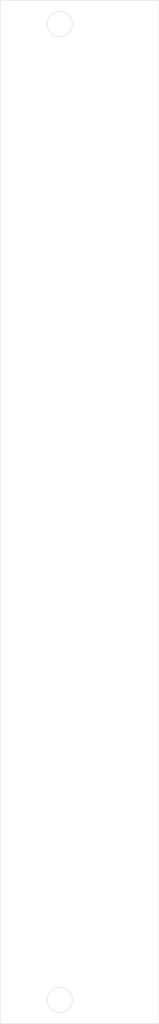
<source format=kicad_pcb>
(kicad_pcb
	(version 20240108)
	(generator "pcbnew")
	(generator_version "8.0")
	(general
		(thickness 1.6)
		(legacy_teardrops no)
	)
	(paper "A4")
	(layers
		(0 "F.Cu" signal)
		(31 "B.Cu" signal)
		(32 "B.Adhes" user "B.Adhesive")
		(33 "F.Adhes" user "F.Adhesive")
		(34 "B.Paste" user)
		(35 "F.Paste" user)
		(36 "B.SilkS" user "B.Silkscreen")
		(37 "F.SilkS" user "F.Silkscreen")
		(38 "B.Mask" user)
		(39 "F.Mask" user)
		(40 "Dwgs.User" user "User.Drawings")
		(41 "Cmts.User" user "User.Comments")
		(42 "Eco1.User" user "User.Eco1")
		(43 "Eco2.User" user "User.Eco2")
		(44 "Edge.Cuts" user)
		(45 "Margin" user)
		(46 "B.CrtYd" user "B.Courtyard")
		(47 "F.CrtYd" user "F.Courtyard")
		(48 "B.Fab" user)
		(49 "F.Fab" user)
		(50 "User.1" user)
		(51 "User.2" user)
		(52 "User.3" user)
		(53 "User.4" user)
		(54 "User.5" user)
		(55 "User.6" user)
		(56 "User.7" user)
		(57 "User.8" user)
		(58 "User.9" user)
	)
	(setup
		(pad_to_mask_clearance 0)
		(allow_soldermask_bridges_in_footprints no)
		(pcbplotparams
			(layerselection 0x00010fc_ffffffff)
			(plot_on_all_layers_selection 0x0000000_00000000)
			(disableapertmacros no)
			(usegerberextensions no)
			(usegerberattributes yes)
			(usegerberadvancedattributes yes)
			(creategerberjobfile yes)
			(dashed_line_dash_ratio 12.000000)
			(dashed_line_gap_ratio 3.000000)
			(svgprecision 4)
			(plotframeref no)
			(viasonmask no)
			(mode 1)
			(useauxorigin no)
			(hpglpennumber 1)
			(hpglpenspeed 20)
			(hpglpendiameter 15.000000)
			(pdf_front_fp_property_popups yes)
			(pdf_back_fp_property_popups yes)
			(dxfpolygonmode yes)
			(dxfimperialunits yes)
			(dxfusepcbnewfont yes)
			(psnegative no)
			(psa4output no)
			(plotreference yes)
			(plotvalue yes)
			(plotfptext yes)
			(plotinvisibletext no)
			(sketchpadsonfab no)
			(subtractmaskfromsilk no)
			(outputformat 1)
			(mirror no)
			(drillshape 1)
			(scaleselection 1)
			(outputdirectory "")
		)
	)
	(net 0 "")
	(gr_circle
		(center 94 39.5)
		(end 95.6 39.5)
		(stroke
			(width 0.05)
			(type default)
		)
		(fill none)
		(layer "Edge.Cuts")
		(uuid "0a2d934d-59e2-46e9-b132-1f503c2d5722")
	)
	(gr_line
		(start 86.5 36.5)
		(end 86.5 165)
		(stroke
			(width 0.05)
			(type default)
		)
		(layer "Edge.Cuts")
		(uuid "390ed1ba-de76-483c-8f67-cc452192eadd")
	)
	(gr_line
		(start 86.5 165)
		(end 106.5 165)
		(stroke
			(width 0.05)
			(type default)
		)
		(layer "Edge.Cuts")
		(uuid "5e95747f-5b85-4875-9394-408ff8c10166")
	)
	(gr_line
		(start 106.5 165)
		(end 106.5 36.5)
		(stroke
			(width 0.05)
			(type default)
		)
		(layer "Edge.Cuts")
		(uuid "6107e57b-ad27-4d66-bfb6-9c950439d13e")
	)
	(gr_circle
		(center 94 162)
		(end 95.6 162)
		(stroke
			(width 0.05)
			(type default)
		)
		(fill none)
		(layer "Edge.Cuts")
		(uuid "7db2851d-0f35-49f7-962b-2c437fda97fe")
	)
	(gr_line
		(start 106.5 36.5)
		(end 86.5 36.5)
		(stroke
			(width 0.05)
			(type default)
		)
		(layer "Edge.Cuts")
		(uuid "b5e9bb07-a44e-44a7-9b5a-ddc1113da9bb")
	)
)

</source>
